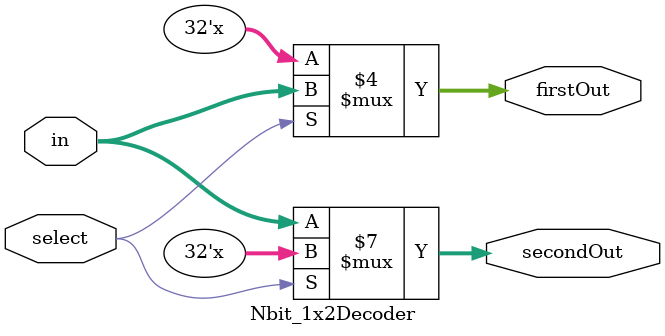
<source format=v>
`timescale 1ns / 1ps

/*******************************************************************
*
* Module: Nbit_1x2Decoder.v
* Project: CSCE3301_PROJECT1
* Author: Sara Mohamed - sara_mohamed@aucegypt.edu
          Mohamed Noureldin - mohamed-sherif@aucegypt.edu
* Description: module that models a 1x2 decoder taking N-bit inputs
*
* Change history: 25/04/2023 - created module
*
*
**********************************************************************/

module Nbit_1x2Decoder #(parameter N=32) (input [N-1:0] in, input select, output reg [N-1:0] firstOut, output reg [N-1:0] secondOut);
    always @(*) begin
        if(select == 1'b1)
            firstOut = in;
        else
            secondOut = in;
    end
endmodule

</source>
